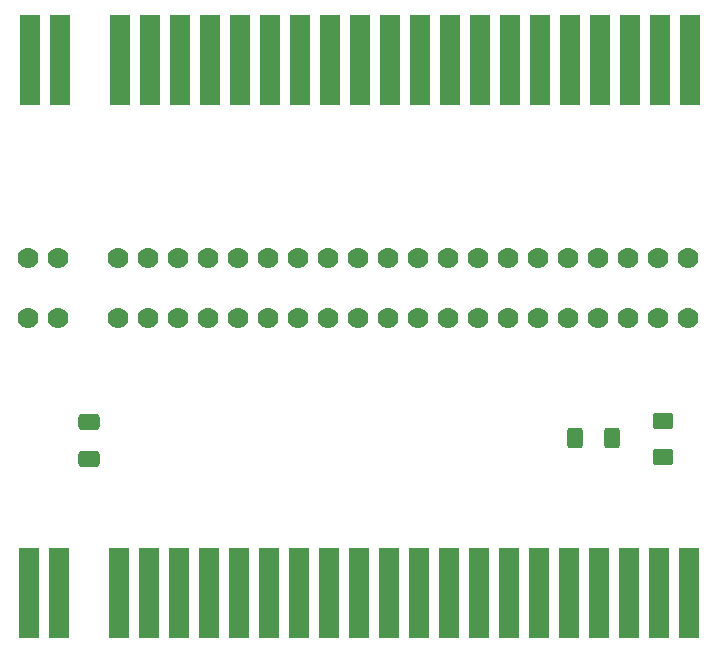
<source format=gbr>
%TF.GenerationSoftware,KiCad,Pcbnew,8.0.1*%
%TF.CreationDate,2024-04-15T14:43:50+02:00*%
%TF.ProjectId,zx81-bus-extender,7a783831-2d62-4757-932d-657874656e64,rev?*%
%TF.SameCoordinates,Original*%
%TF.FileFunction,Soldermask,Top*%
%TF.FilePolarity,Negative*%
%FSLAX46Y46*%
G04 Gerber Fmt 4.6, Leading zero omitted, Abs format (unit mm)*
G04 Created by KiCad (PCBNEW 8.0.1) date 2024-04-15 14:43:50*
%MOMM*%
%LPD*%
G01*
G04 APERTURE LIST*
G04 Aperture macros list*
%AMRoundRect*
0 Rectangle with rounded corners*
0 $1 Rounding radius*
0 $2 $3 $4 $5 $6 $7 $8 $9 X,Y pos of 4 corners*
0 Add a 4 corners polygon primitive as box body*
4,1,4,$2,$3,$4,$5,$6,$7,$8,$9,$2,$3,0*
0 Add four circle primitives for the rounded corners*
1,1,$1+$1,$2,$3*
1,1,$1+$1,$4,$5*
1,1,$1+$1,$6,$7*
1,1,$1+$1,$8,$9*
0 Add four rect primitives between the rounded corners*
20,1,$1+$1,$2,$3,$4,$5,0*
20,1,$1+$1,$4,$5,$6,$7,0*
20,1,$1+$1,$6,$7,$8,$9,0*
20,1,$1+$1,$8,$9,$2,$3,0*%
G04 Aperture macros list end*
%ADD10C,1.778000*%
%ADD11R,1.778000X7.620000*%
%ADD12RoundRect,0.250000X-0.650000X0.412500X-0.650000X-0.412500X0.650000X-0.412500X0.650000X0.412500X0*%
%ADD13RoundRect,0.250000X0.400000X0.625000X-0.400000X0.625000X-0.400000X-0.625000X0.400000X-0.625000X0*%
%ADD14RoundRect,0.250001X-0.624999X0.462499X-0.624999X-0.462499X0.624999X-0.462499X0.624999X0.462499X0*%
G04 APERTURE END LIST*
D10*
%TO.C,J2*%
X83710000Y-107760000D03*
X86250000Y-107760000D03*
X91330000Y-107760000D03*
X93870000Y-107760000D03*
X96410000Y-107760000D03*
X98950000Y-107760000D03*
X101490000Y-107760000D03*
X104030000Y-107760000D03*
X106570000Y-107760000D03*
X109110000Y-107760000D03*
X111650000Y-107760000D03*
X114190000Y-107760000D03*
X116730000Y-107760000D03*
X119270000Y-107760000D03*
X121810000Y-107760000D03*
X124350000Y-107760000D03*
X126890000Y-107760000D03*
X129430000Y-107760000D03*
X131970000Y-107760000D03*
X134510000Y-107760000D03*
X137050000Y-107760000D03*
X139590000Y-107760000D03*
X83710000Y-112840000D03*
X86250000Y-112840000D03*
X91330000Y-112840000D03*
X93870000Y-112840000D03*
X96410000Y-112840000D03*
X98950000Y-112840000D03*
X101490000Y-112840000D03*
X104030000Y-112840000D03*
X106570000Y-112840000D03*
X109110000Y-112840000D03*
X111650000Y-112840000D03*
X114190000Y-112840000D03*
X116730000Y-112840000D03*
X119270000Y-112840000D03*
X121810000Y-112840000D03*
X124350000Y-112840000D03*
X126890000Y-112840000D03*
X129430000Y-112840000D03*
X131970000Y-112840000D03*
X134510000Y-112840000D03*
X137050000Y-112840000D03*
X139590000Y-112840000D03*
%TD*%
D11*
%TO.C,J3*%
X83889982Y-90970000D03*
X86429982Y-90970000D03*
X91509982Y-90970000D03*
X94049982Y-90970000D03*
X96589982Y-90970000D03*
X99129982Y-90970000D03*
X101669982Y-90970000D03*
X104209982Y-90970000D03*
X106739982Y-90970000D03*
X109289982Y-90970000D03*
X111829982Y-90970000D03*
X114369982Y-90970000D03*
X116909982Y-90970000D03*
X119449982Y-90970000D03*
X121989982Y-90970000D03*
X124529982Y-90970000D03*
X127069982Y-90970000D03*
X129609982Y-90970000D03*
X132149982Y-90970000D03*
X134689982Y-90970000D03*
X137229982Y-90970000D03*
X139769982Y-90970000D03*
%TD*%
D12*
%TO.C,C1*%
X88880000Y-121597500D03*
X88880000Y-124722500D03*
%TD*%
D13*
%TO.C,R1*%
X133170000Y-123010000D03*
X130070000Y-123010000D03*
%TD*%
D14*
%TO.C,D1*%
X137470000Y-121585000D03*
X137470000Y-124560000D03*
%TD*%
D11*
%TO.C,J1*%
X83869982Y-136140000D03*
X86409982Y-136140000D03*
X91489982Y-136140000D03*
X94029982Y-136140000D03*
X96569982Y-136140000D03*
X99109982Y-136140000D03*
X101649982Y-136140000D03*
X104189982Y-136140000D03*
X106719982Y-136140000D03*
X109269982Y-136140000D03*
X111809982Y-136140000D03*
X114349982Y-136140000D03*
X116889982Y-136140000D03*
X119429982Y-136140000D03*
X121969982Y-136140000D03*
X124509982Y-136140000D03*
X127049982Y-136140000D03*
X129589982Y-136140000D03*
X132129982Y-136140000D03*
X134669982Y-136140000D03*
X137209982Y-136140000D03*
X139749982Y-136140000D03*
%TD*%
M02*

</source>
